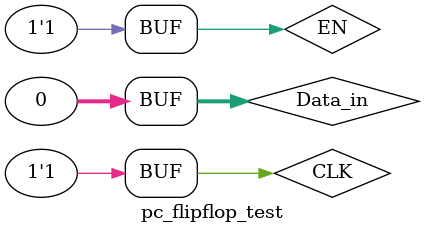
<source format=v>
`timescale 1ns / 1ps


module pc_flipflop_test;

	// Inputs
	reg [31:0] Data_in;
	reg CLK;
	reg EN;

	// Outputs
	wire [31:0] Data_out;

	// Instantiate the Unit Under Test (UUT)
	PC_FLIPFLOP uut (
		.Data_in(Data_in), 
		.Data_out(Data_out), 
		.CLK(CLK), 
		.EN(EN)
	);

	initial begin
		// Initialize Inputs
		Data_in = 0;
		CLK = 0;
		EN = 0;

		// Wait 100 ns for global reset to finish
		#100;
		CLK=1;
		EN=1;
        Data_in = 0;
		// Add stimulus here

	end
      
endmodule


</source>
